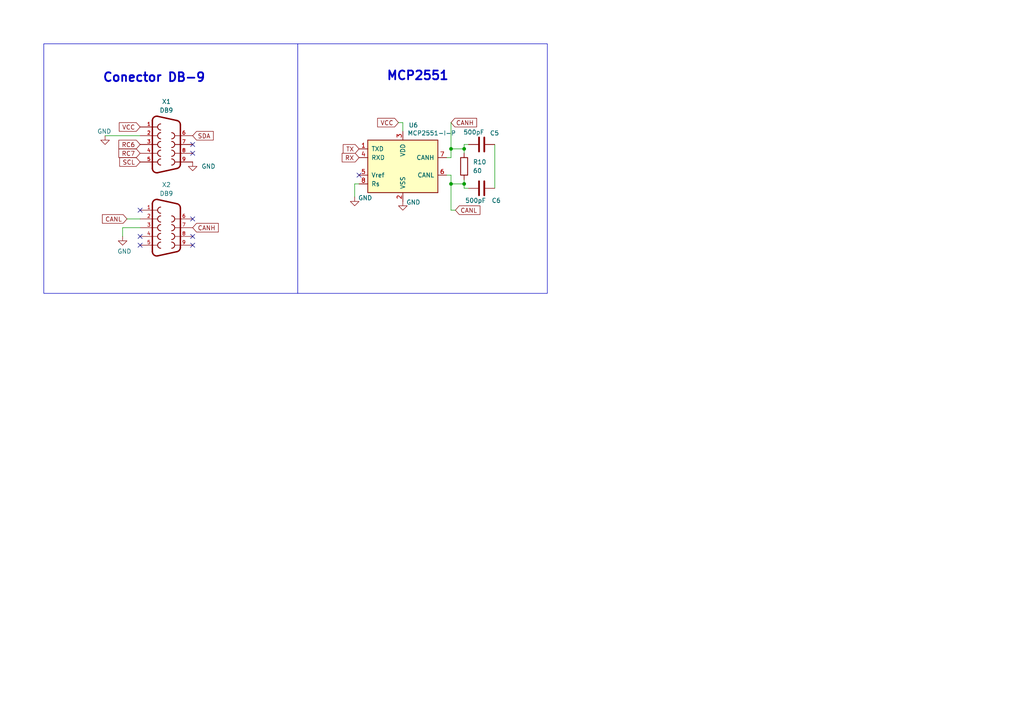
<source format=kicad_sch>
(kicad_sch (version 20250114) (generator "eeschema") (generator_version "9.0")
  (paper "A4")
  (lib_symbols
    (symbol "DB9:DB9" (pin_names (offset 1.016))
      (property "Reference" "X" (at -3.8161 8.9043 0))
      (property "Value" "DB9" (at -3.8152 -10.8098 0))
      (symbol "DB9_0_0"
        (polyline (pts (xy -4.064 -6.9312) (xy -4.064 6.9312)) (stroke (width 0.4064)))
        (arc (start -2.5226 -8.1719) (mid -3.5932 -7.9182) (end -4.064 -6.9312) (stroke (width 0.4064)))
        (arc (start -4.064 6.9312) (mid -3.5903 7.9205) (end -2.5226 8.172) (stroke (width 0.4064)))
        (polyline (pts (xy -2.5226 8.1718) (xy 0 7.62)) (stroke (width 0.4064)))
        (polyline (pts (xy -2.5226 -8.1718) (xy 0 -7.62)) (stroke (width 0.4064)))
        (arc (start -1.651 4.191) (mid -2.5361 5.08) (end -1.651 5.969) (stroke (width 0.254)))
        (arc (start -1.651 1.651) (mid -2.5361 2.54) (end -1.651 3.429) (stroke (width 0.254)))
        (arc (start -1.651 -0.889) (mid -2.5361 0) (end -1.651 0.889) (stroke (width 0.254)))
        (arc (start -1.651 -3.429) (mid -2.5361 -2.54) (end -1.651 -1.651) (stroke (width 0.254)))
        (arc (start -1.651 -5.969) (mid -2.5361 -5.08) (end -1.651 -4.191) (stroke (width 0.254)))
        (polyline (pts (xy 0 7.62) (xy 3.0654 6.9494)) (stroke (width 0.4064)))
        (polyline (pts (xy 0 -7.62) (xy 3.0654 -6.9494)) (stroke (width 0.4064)))
        (arc (start 1.524 3.429) (mid 2.4091 2.54) (end 1.524 1.651) (stroke (width 0.254)))
        (arc (start 1.524 0.889) (mid 2.4091 0) (end 1.524 -0.889) (stroke (width 0.254)))
        (arc (start 1.524 -1.651) (mid 2.4091 -2.54) (end 1.524 -3.429) (stroke (width 0.254)))
        (arc (start 1.524 -4.191) (mid 2.4091 -5.08) (end 1.524 -5.969) (stroke (width 0.254)))
        (arc (start 3.0654 6.9495) (mid 3.7833 6.5051) (end 4.0642 5.7088) (stroke (width 0.4064)))
        (arc (start 4.064 -5.7088) (mid 3.7857 -6.5021) (end 3.0654 -6.9494) (stroke (width 0.4064)))
        (polyline (pts (xy 4.064 -5.7088) (xy 4.064 5.7088)) (stroke (width 0.4064)))
        (pin passive line (at -7.62 5.08 0) (length 5.08) (name "~") (number "1"))
        (pin passive line (at -7.62 2.54 0) (length 5.08) (name "~") (number "2"))
        (pin passive line (at -7.62 0 0) (length 5.08) (name "~") (number "3"))
        (pin passive line (at -7.62 -2.54 0) (length 5.08) (name "~") (number "4"))
        (pin passive line (at -7.62 -5.08 0) (length 5.08) (name "~") (number "5"))
        (pin passive line (at 7.62 2.54 180) (length 5.08) (name "~") (number "6"))
        (pin passive line (at 7.62 0 180) (length 5.08) (name "~") (number "7"))
        (pin passive line (at 7.62 -2.54 180) (length 5.08) (name "~") (number "8"))
        (pin passive line (at 7.62 -5.08 180) (length 5.08) (name "~") (number "9"))
      )
    )
    (symbol "Device:C" (pin_numbers (hide yes)) (pin_names (offset 0.254))
      (property "Reference" "C" (at 0.635 2.54 0))
      (property "Value" "C" (at 0.635 -2.54 0))
      (symbol "C_0_1"
        (polyline (pts (xy -2.032 0.762) (xy 2.032 0.762)) (stroke (width 0.508)))
        (polyline (pts (xy -2.032 -0.762) (xy 2.032 -0.762)) (stroke (width 0.508)))
      )
      (symbol "C_1_1"
        (pin passive line (at 0 3.81 270) (length 2.794) (name "~") (number "1"))
        (pin passive line (at 0 -3.81 90) (length 2.794) (name "~") (number "2"))
      )
    )
    (symbol "Device:R" (pin_numbers (hide yes)) (pin_names (offset 0))
      (property "Reference" "R" (at 2.032 0 90))
      (property "Value" "R" (at 0 0 90))
      (symbol "R_0_1"
        (rectangle (start -1.016 -2.54) (end 1.016 2.54) (stroke (width 0.254)))
      )
      (symbol "R_1_1"
        (pin passive line (at 0 3.81 270) (length 1.27) (name "~") (number "1"))
        (pin passive line (at 0 -3.81 90) (length 1.27) (name "~") (number "2"))
      )
    )
    (symbol "Interface_CAN_LIN:MCP2551-I-P" (pin_names (offset 1.016))
      (property "Reference" "U" (at -10.16 8.89 0))
      (property "Value" "MCP2551-I-P" (at 2.54 8.89 0))
      (symbol "MCP2551-I-P_0_1"
        (rectangle (start -10.16 7.62) (end 10.16 -7.62) (stroke (width 0.254)) (fill (type background)))
      )
      (symbol "MCP2551-I-P_1_1"
        (pin input line (at -12.7 5.08 0) (length 2.54) (name "TXD") (number "1"))
        (pin output line (at -12.7 2.54 0) (length 2.54) (name "RXD") (number "4"))
        (pin power_out line (at -12.7 -2.54 0) (length 2.54) (name "Vref") (number "5"))
        (pin input line (at -12.7 -5.08 0) (length 2.54) (name "Rs") (number "8"))
        (pin power_in line (at 0 10.16 270) (length 2.54) (name "VDD") (number "3"))
        (pin power_in line (at 0 -10.16 90) (length 2.54) (name "VSS") (number "2"))
        (pin bidirectional line (at 12.7 2.54 180) (length 2.54) (name "CANH") (number "7"))
        (pin bidirectional line (at 12.7 -2.54 180) (length 2.54) (name "CANL") (number "6"))
      )
    )
    (symbol "power:GND" (power) (pin_numbers (hide yes)) (pin_names (offset 0) (hide yes))
      (property "Value" "GND" (at 0 -3.81 0))
      (symbol "GND_0_1"
        (polyline (pts (xy 0 0) (xy 0 -1.27) (xy 1.27 -1.27) (xy 0 -2.54) (xy -1.27 -1.27) (xy 0 -1.27)))
      )
      (symbol "GND_1_1"
        (pin power_in line (at 0 0 270) (length 0) (name "~") (number "1"))
      )
    )
  )
  (rectangle (start 12.7 12.7) (end 86.36 85.09))
  (rectangle (start 86.36 12.7) (end 158.75 85.09))
  (text "Conector DB-9\n" (at 44.704 22.606 0) (effects (font (size 2.54 2.54) (thickness 0.508) (bold yes))))
  (text "MCP2551" (at 121.158 22.098 0) (effects (font (size 2.54 2.54) (thickness 0.508) (bold yes))))
  (junction (at 130.81 53.34))
  (junction (at 130.81 43.18))
  (junction (at 134.62 43.18))
  (junction (at 134.62 53.34))
  (no_connect (at 55.88 44.45))
  (no_connect (at 55.88 41.91))
  (no_connect (at 55.88 68.58))
  (no_connect (at 40.64 60.96))
  (no_connect (at 40.64 68.58))
  (no_connect (at 55.88 63.5))
  (no_connect (at 104.14 50.8))
  (no_connect (at 40.64 71.12))
  (no_connect (at 55.88 71.12))
  (wire (pts (xy 115.57 35.56) (xy 116.84 35.56)))
  (wire (pts (xy 143.51 41.91) (xy 143.51 54.61)))
  (wire (pts (xy 134.62 43.18) (xy 134.62 44.45)))
  (wire (pts (xy 134.62 53.34) (xy 134.62 54.61)))
  (wire (pts (xy 36.83 63.5) (xy 40.64 63.5)))
  (wire (pts (xy 135.89 41.91) (xy 134.62 41.91)))
  (wire (pts (xy 102.87 53.34) (xy 104.14 53.34)))
  (wire (pts (xy 130.81 53.34) (xy 130.81 50.8)))
  (wire (pts (xy 129.54 50.8) (xy 130.81 50.8)))
  (wire (pts (xy 102.87 57.15) (xy 102.87 53.34)))
  (wire (pts (xy 134.62 54.61) (xy 135.89 54.61)))
  (wire (pts (xy 40.64 66.04) (xy 35.56 66.04)))
  (wire (pts (xy 30.48 39.37) (xy 40.64 39.37)))
  (wire (pts (xy 132.08 60.96) (xy 130.81 60.96)))
  (wire (pts (xy 130.81 35.56) (xy 130.81 43.18)))
  (wire (pts (xy 129.54 45.72) (xy 130.81 45.72)))
  (wire (pts (xy 35.56 66.04) (xy 35.56 68.58)))
  (wire (pts (xy 116.84 35.56) (xy 116.84 38.1)))
  (wire (pts (xy 130.81 53.34) (xy 130.81 60.96)))
  (wire (pts (xy 134.62 41.91) (xy 134.62 43.18)))
  (wire (pts (xy 130.81 45.72) (xy 130.81 43.18)))
  (wire (pts (xy 134.62 53.34) (xy 134.62 52.07)))
  (wire (pts (xy 130.81 43.18) (xy 134.62 43.18)))
  (wire (pts (xy 130.81 53.34) (xy 134.62 53.34)))
  (global_label "SDA" (shape input) (at 55.88 39.37 0) (property "Intersheetrefs" "${INTERSHEET_REFS}" (effects (hide yes))))
  (global_label "RC7" (shape input) (at 40.64 44.45 180) (property "Intersheetrefs" "${INTERSHEET_REFS}" (effects (hide yes))))
  (global_label "VCC" (shape input) (at 115.57 35.56 180) (property "Intersheetrefs" "${INTERSHEET_REFS}" (effects (hide yes))))
  (global_label "TX" (shape input) (at 104.14 43.18 180) (property "Intersheetrefs" "${INTERSHEET_REFS}" (effects (hide yes))))
  (global_label "RX" (shape input) (at 104.14 45.72 180) (property "Intersheetrefs" "${INTERSHEET_REFS}" (effects (hide yes))))
  (global_label "SCL" (shape input) (at 40.64 46.99 180) (property "Intersheetrefs" "${INTERSHEET_REFS}" (effects (hide yes))))
  (global_label "VCC" (shape input) (at 40.64 36.83 180) (property "Intersheetrefs" "${INTERSHEET_REFS}" (effects (hide yes))))
  (global_label "CANH" (shape input) (at 130.81 35.56 0) (property "Intersheetrefs" "${INTERSHEET_REFS}" (effects (hide yes))))
  (global_label "CANL" (shape input) (at 132.08 60.96 0) (property "Intersheetrefs" "${INTERSHEET_REFS}" (effects (hide yes))))
  (global_label "CANL" (shape input) (at 36.83 63.5 180) (property "Intersheetrefs" "${INTERSHEET_REFS}" (effects (hide yes))))
  (global_label "RC6" (shape input) (at 40.64 41.91 180) (property "Intersheetrefs" "${INTERSHEET_REFS}" (effects (hide yes))))
  (global_label "CANH" (shape input) (at 55.88 66.04 0) (property "Intersheetrefs" "${INTERSHEET_REFS}" (effects (hide yes))))
  (symbol (lib_id "power:GND") (at 55.88 46.99 0) (unit 1)
    (property "Reference" "#PWR020" (effects (hide yes)))
    (property "Value" "GND" (at 58.42 48.2599 0) (effects (justify left)))
    (property "Description" "Power symbol creates a global label with name \"GND\" , ground" (effects (hide yes)))
  )
  (symbol (lib_id "power:GND") (at 35.56 68.58 0) (unit 1)
    (property "Reference" "#PWR019" (effects (hide yes)))
    (property "Value" "GND" (at 34.036 72.898 0) (effects (justify left)))
    (property "Description" "Power symbol creates a global label with name \"GND\" , ground" (effects (hide yes)))
  )
  (symbol (lib_id "power:GND") (at 102.87 57.15 0) (unit 1)
    (property "Reference" "#PWR021" (effects (hide yes)))
    (property "Value" "GND" (at 105.918 57.404 0))
    (property "Description" "Power symbol creates a global label with name \"GND\" , ground" (effects (hide yes)))
  )
  (symbol (lib_id "Interface_CAN_LIN:MCP2551-I-P") (at 116.84 48.26 0) (unit 1)
    (property "Reference" "U6" (at 119.888 36.322 0))
    (property "Value" "MCP2551-I-P" (at 125.222 38.608 0))
    (property "Footprint" "Package_DIP:DIP-8_W7.62mm" (effects (hide yes)))
    (property "Datasheet" "http://ww1.microchip.com/downloads/en/devicedoc/21667d.pdf" (effects (hide yes)))
    (property "Description" "High-Speed CAN Transceiver, 1Mbps, 5V supply, DIP-8" (effects (hide yes)))
  )
  (symbol (lib_id "Device:C") (at 139.7 54.61 90) (unit 1)
    (property "Reference" "C6" (at 145.288 58.166 90) (effects (justify left)))
    (property "Value" "500pF" (at 140.97 58.166 90) (effects (justify left)))
    (property "Footprint" "Capacitor_SMD:C_0805_2012Metric" (effects (hide yes)))
    (property "Description" "Unpolarized capacitor" (effects (hide yes)))
  )
  (symbol (lib_id "Device:C") (at 139.7 41.91 90) (unit 1)
    (property "Reference" "C5" (at 144.78 38.608 90) (effects (justify left)))
    (property "Value" "500pF" (at 140.462 38.354 90) (effects (justify left)))
    (property "Footprint" "Capacitor_SMD:C_0805_2012Metric" (effects (hide yes)))
    (property "Description" "Unpolarized capacitor" (effects (hide yes)))
  )
  (symbol (lib_id "Device:R") (at 134.62 48.26 180) (unit 1)
    (property "Reference" "R10" (at 137.16 46.9899 0) (effects (justify right)))
    (property "Value" "60" (at 137.16 49.5299 0) (effects (justify right)))
    (property "Footprint" "Resistor_THT:R_Axial_DIN0204_L3.6mm_D1.6mm_P1.90mm_Vertical" (effects (hide yes)))
    (property "Description" "Resistor" (effects (hide yes)))
  )
  (symbol (lib_id "power:GND") (at 116.84 58.42 0) (unit 1)
    (property "Reference" "#PWR022" (effects (hide yes)))
    (property "Value" "GND" (at 119.888 58.674 0))
    (property "Description" "Power symbol creates a global label with name \"GND\" , ground" (effects (hide yes)))
  )
  (symbol (lib_id "power:GND") (at 30.48 39.37 0) (unit 1)
    (property "Reference" "#PWR018" (effects (hide yes)))
    (property "Value" "GND" (at 28.194 38.1 0) (effects (justify left)))
    (property "Description" "Power symbol creates a global label with name \"GND\" , ground" (effects (hide yes)))
  )
  (symbol (lib_id "DB9:DB9") (at 48.26 66.04 0) (unit 1)
    (property "Reference" "X2" (at 48.26 53.594 0))
    (property "Value" "DB9" (at 48.26 56.134 0))
    (property "Footprint" "DB9:DB9" (effects (hide yes)))
    (property "MF" "Tripp Lite" (effects (hide yes)))
    (property "Description_1" "Surge Suppressor, Network, For Data/Comm, Inline, Term, Clamp-V 18V | Tripp Lite DB9" (effects (hide yes)))
    (property "Package" "None" (effects (hide yes)))
    (property "Price" "None" (effects (hide yes)))
    (property "SnapEDA_Link" "https://www.snapeda.com/parts/DB9/Tripp+Lite/view-part/?ref=snap" (effects (hide yes)))
    (property "MP" "DB9" (effects (hide yes)))
    (property "Availability" "In Stock" (effects (hide yes)))
    (property "Check_prices" "https://www.snapeda.com/parts/DB9/Tripp+Lite/view-part/?ref=eda" (effects (hide yes)))
  )
  (symbol (lib_id "DB9:DB9") (at 48.26 41.91 0) (unit 1)
    (property "Reference" "X1" (at 48.26 29.464 0))
    (property "Value" "DB9" (at 48.26 32.004 0))
    (property "Footprint" "DB9:DB9" (effects (hide yes)))
    (property "MF" "Tripp Lite" (effects (hide yes)))
    (property "Description_1" "Surge Suppressor, Network, For Data/Comm, Inline, Term, Clamp-V 18V | Tripp Lite DB9" (effects (hide yes)))
    (property "Package" "None" (effects (hide yes)))
    (property "Price" "None" (effects (hide yes)))
    (property "SnapEDA_Link" "https://www.snapeda.com/parts/DB9/Tripp+Lite/view-part/?ref=snap" (effects (hide yes)))
    (property "MP" "DB9" (effects (hide yes)))
    (property "Availability" "In Stock" (effects (hide yes)))
    (property "Check_prices" "https://www.snapeda.com/parts/DB9/Tripp+Lite/view-part/?ref=eda" (effects (hide yes)))
  )
)
</source>
